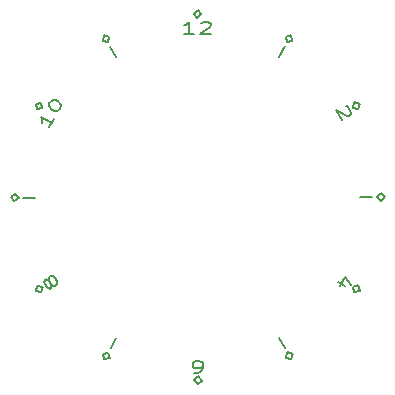
<source format=gbr>
%TF.GenerationSoftware,KiCad,Pcbnew,6.0.7-1.fc35*%
%TF.CreationDate,2022-12-16T23:41:26+01:00*%
%TF.ProjectId,inner,696e6e65-722e-46b6-9963-61645f706362,rev?*%
%TF.SameCoordinates,Original*%
%TF.FileFunction,Paste,Top*%
%TF.FilePolarity,Positive*%
%FSLAX46Y46*%
G04 Gerber Fmt 4.6, Leading zero omitted, Abs format (unit mm)*
G04 Created by KiCad (PCBNEW 6.0.7-1.fc35) date 2022-12-16 23:41:26*
%MOMM*%
%LPD*%
G01*
G04 APERTURE LIST*
%ADD10C,0.175000*%
%ADD11C,0.200000*%
G04 APERTURE END LIST*
D10*
X213760271Y-99988465D02*
X214760271Y-99988465D01*
X206890125Y-111910977D02*
X207390125Y-112777002D01*
X193129854Y-111922512D02*
X192629854Y-112788537D01*
X186239729Y-100011535D02*
X185239729Y-100011535D01*
X193109875Y-88089022D02*
X192609875Y-87222997D01*
D11*
X212565311Y-92238995D02*
X212642265Y-92277045D01*
X212754933Y-92376953D01*
X212933504Y-92686248D01*
X212963693Y-92833775D01*
X212958168Y-92919444D01*
X212911404Y-93028922D01*
X212828925Y-93076541D01*
X212669493Y-93086110D01*
X211746050Y-92629517D01*
X212210336Y-93433684D01*
X212440543Y-107500918D02*
X211863193Y-107167585D01*
X212949029Y-107382100D02*
X212509011Y-106715662D01*
X212044725Y-107519828D01*
X199724285Y-114857619D02*
X200010000Y-114857619D01*
X200152857Y-114810000D01*
X200224285Y-114762380D01*
X200367142Y-114619523D01*
X200438571Y-114429047D01*
X200438571Y-114048095D01*
X200367142Y-113952857D01*
X200295714Y-113905238D01*
X200152857Y-113857619D01*
X199867142Y-113857619D01*
X199724285Y-113905238D01*
X199652857Y-113952857D01*
X199581428Y-114048095D01*
X199581428Y-114286190D01*
X199652857Y-114381428D01*
X199724285Y-114429047D01*
X199867142Y-114476666D01*
X200152857Y-114476666D01*
X200295714Y-114429047D01*
X200367142Y-114381428D01*
X200438571Y-114286190D01*
X187580506Y-107346901D02*
X187610695Y-107494429D01*
X187605170Y-107580097D01*
X187558406Y-107689575D01*
X187517166Y-107713385D01*
X187398974Y-107699145D01*
X187322020Y-107661095D01*
X187209352Y-107561187D01*
X187066495Y-107313751D01*
X187036306Y-107166224D01*
X187041831Y-107080555D01*
X187088595Y-106971077D01*
X187129834Y-106947268D01*
X187248027Y-106961508D01*
X187324981Y-106999557D01*
X187437649Y-107099465D01*
X187580506Y-107346901D01*
X187693174Y-107446810D01*
X187770127Y-107484859D01*
X187888320Y-107499099D01*
X188053277Y-107403861D01*
X188100042Y-107294383D01*
X188105567Y-107208714D01*
X188075377Y-107061187D01*
X187932520Y-106813751D01*
X187819852Y-106713843D01*
X187742899Y-106675793D01*
X187624706Y-106661553D01*
X187459749Y-106756791D01*
X187412984Y-106866269D01*
X187407459Y-106951938D01*
X187437649Y-107099465D01*
X187851092Y-93327286D02*
X187422520Y-94069593D01*
X187636806Y-93698440D02*
X186770781Y-93198440D01*
X186823070Y-93393586D01*
X186834120Y-93564923D01*
X186803931Y-93712450D01*
X187449352Y-92023119D02*
X187520781Y-91899401D01*
X187633449Y-91799493D01*
X187710402Y-91761444D01*
X187828595Y-91747204D01*
X188029267Y-91780583D01*
X188235463Y-91899630D01*
X188364706Y-92056728D01*
X188411470Y-92166206D01*
X188416995Y-92251874D01*
X188386806Y-92399401D01*
X188315377Y-92523119D01*
X188202710Y-92623028D01*
X188125756Y-92661077D01*
X188007563Y-92675317D01*
X187806892Y-92641938D01*
X187600695Y-92522890D01*
X187471452Y-92365793D01*
X187424688Y-92256315D01*
X187419163Y-92170647D01*
X187449352Y-92023119D01*
X207455912Y-86405981D02*
X207571700Y-86865430D01*
X207915361Y-86290193D02*
X207455912Y-86405981D01*
X208031149Y-86749641D02*
X207571700Y-86865429D01*
X207915361Y-86290193D02*
X208031149Y-86749642D01*
X213254019Y-91955190D02*
X213124570Y-92410978D01*
X213709807Y-92084639D02*
X213254019Y-91955190D01*
X213580359Y-92540427D02*
X213124571Y-92410978D01*
X213709807Y-92084639D02*
X213580358Y-92540427D01*
X215500722Y-99660000D02*
X215160722Y-99990000D01*
X215830722Y-100000000D02*
X215500722Y-99660000D01*
X215490722Y-100330000D02*
X215160722Y-99990000D01*
X215830722Y-100000000D02*
X215490722Y-100330000D01*
X213594019Y-107455912D02*
X213134570Y-107571700D01*
X213709807Y-107915361D02*
X213594019Y-107455912D01*
X213250359Y-108031149D02*
X213134571Y-107571700D01*
X213709807Y-107915361D02*
X213250358Y-108031149D01*
X208044810Y-113254019D02*
X207589022Y-113124570D01*
X207915361Y-113709807D02*
X208044810Y-113254019D01*
X207459573Y-113580359D02*
X207589022Y-113124571D01*
X207915361Y-113709807D02*
X207459573Y-113580358D01*
X200340000Y-115500722D02*
X200010000Y-115160722D01*
X200000000Y-115830722D02*
X200340000Y-115500722D01*
X199670000Y-115490722D02*
X200010000Y-115160722D01*
X200000000Y-115830722D02*
X199670000Y-115490722D01*
X192544088Y-113594019D02*
X192428300Y-113134570D01*
X192084639Y-113709807D02*
X192544088Y-113594019D01*
X191968851Y-113250359D02*
X192428300Y-113134571D01*
X192084639Y-113709807D02*
X191968851Y-113250358D01*
X186745981Y-108044810D02*
X186875430Y-107589022D01*
X186290193Y-107915361D02*
X186745981Y-108044810D01*
X186419641Y-107459573D02*
X186875429Y-107589022D01*
X186290193Y-107915361D02*
X186419642Y-107459573D01*
X184499278Y-100340000D02*
X184839278Y-100010000D01*
X184169278Y-100000000D02*
X184499278Y-100340000D01*
X184509278Y-99670000D02*
X184839278Y-100010000D01*
X184169278Y-100000000D02*
X184509278Y-99670000D01*
X186405981Y-92544088D02*
X186865430Y-92428300D01*
X186290193Y-92084639D02*
X186405981Y-92544088D01*
X186749641Y-91968851D02*
X186865429Y-92428300D01*
X186290193Y-92084639D02*
X186749642Y-91968851D01*
X191955190Y-86745981D02*
X192410978Y-86875430D01*
X192084639Y-86290193D02*
X191955190Y-86745981D01*
X192540427Y-86419641D02*
X192410978Y-86875429D01*
X192084639Y-86290193D02*
X192540427Y-86419642D01*
D10*
X206870146Y-88077487D02*
X207370146Y-87211462D01*
D11*
X199704285Y-86142380D02*
X198847142Y-86142380D01*
X199275714Y-86142380D02*
X199275714Y-85142380D01*
X199132857Y-85285238D01*
X198990000Y-85380476D01*
X198847142Y-85428095D01*
X200275714Y-85237619D02*
X200347142Y-85190000D01*
X200490000Y-85142380D01*
X200847142Y-85142380D01*
X200990000Y-85190000D01*
X201061428Y-85237619D01*
X201132857Y-85332857D01*
X201132857Y-85428095D01*
X201061428Y-85570952D01*
X200204285Y-86142380D01*
X201132857Y-86142380D01*
X200000000Y-84169278D02*
X199660000Y-84499278D01*
X200000000Y-84169278D02*
X200330000Y-84509278D01*
X199660000Y-84499278D02*
X199990000Y-84839278D01*
X200330000Y-84509278D02*
X199990000Y-84839278D01*
M02*

</source>
